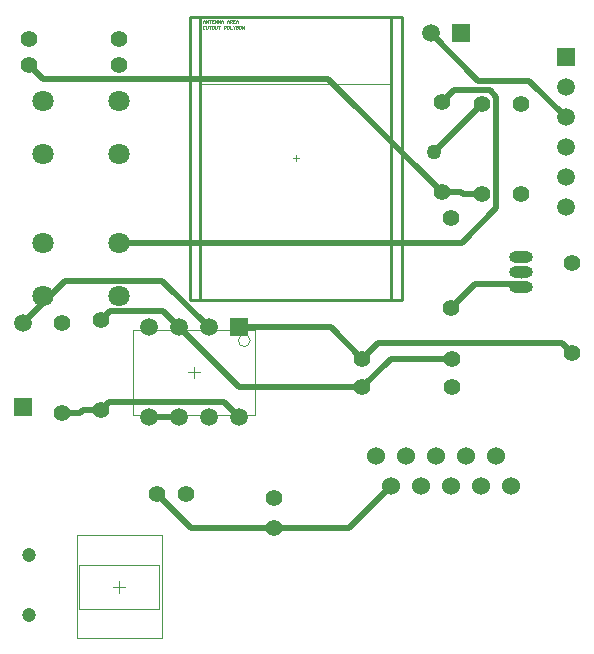
<source format=gbl>
G04 Layer_Physical_Order=2*
G04 Layer_Color=16711680*
%FSLAX25Y25*%
%MOIN*%
G70*
G01*
G75*
%ADD16C,0.02000*%
%ADD18C,0.00394*%
%ADD19C,0.01000*%
%ADD20C,0.00200*%
%ADD21C,0.00197*%
%ADD22C,0.05512*%
%ADD23C,0.06000*%
%ADD24C,0.04724*%
%ADD25R,0.05906X0.05906*%
%ADD26C,0.05906*%
%ADD27O,0.07874X0.03937*%
%ADD28O,0.07874X0.03937*%
%ADD29R,0.05906X0.05906*%
%ADD30C,0.07087*%
%ADD31C,0.05000*%
D16*
X169500Y152500D02*
X176000D01*
X169000Y153000D02*
X169500Y152500D01*
X162500Y153000D02*
X169000D01*
X124800Y190700D02*
X162500Y153000D01*
X29800Y190700D02*
X124800D01*
X25000Y195500D02*
X29800Y190700D01*
X131657Y41157D02*
X145500Y55000D01*
X67500Y52500D02*
X78843Y41157D01*
X65000Y78000D02*
X75000D01*
X162500Y183000D02*
X166756Y187256D01*
X178500D01*
X180800Y184956D01*
Y147700D02*
Y184956D01*
X169383Y136283D02*
X180800Y147700D01*
X55091Y136283D02*
X169383D01*
X69400Y123600D02*
X85000Y108000D01*
X37124Y123600D02*
X69400D01*
X23000Y109476D02*
X37124Y123600D01*
X159900Y166400D02*
X176000Y182500D01*
X202800Y102700D02*
X206000Y99500D01*
X141200Y102700D02*
X202800D01*
X136000Y97500D02*
X141200Y102700D01*
X95000Y108000D02*
X125500D01*
X136000Y97500D01*
X145500D02*
X166000D01*
X136000Y88000D02*
X145500Y97500D01*
X95000Y88000D02*
X136000D01*
X75000Y108000D02*
X95000Y88000D01*
X49000Y110500D02*
X51900Y113400D01*
X69600D01*
X75000Y108000D01*
X191744Y190256D02*
X204000Y178000D01*
X174744Y190256D02*
X191744D01*
X159000Y206000D02*
X174744Y190256D01*
X90000Y83000D02*
X95000Y78000D01*
X51500Y83000D02*
X90000D01*
X49000Y80500D02*
X51500Y83000D01*
X43000Y80500D02*
X49000D01*
X42000Y79500D02*
X43000Y80500D01*
X36000Y79500D02*
X42000D01*
X173531Y122531D02*
X187969D01*
X189000Y121500D01*
X165500Y114500D02*
X173531Y122531D01*
X78843Y41157D02*
X131657D01*
D18*
X98701Y103630D02*
G03*
X98701Y103630I-1969J0D01*
G01*
X41811Y14279D02*
X68189D01*
X41811Y28886D02*
X68189D01*
X41811Y14279D02*
Y28886D01*
X68189Y14279D02*
Y28886D01*
X59724Y107173D02*
X100276D01*
X59724Y78827D02*
X100276D01*
Y107173D01*
X59724Y78827D02*
Y107173D01*
X55000Y19614D02*
Y23551D01*
X53031Y21583D02*
X56969D01*
X80000Y91032D02*
Y94969D01*
X78032Y93000D02*
X81969D01*
X187032Y126500D02*
X190969D01*
X189000Y124531D02*
Y128469D01*
X113980Y163333D02*
Y165333D01*
X112980Y164333D02*
X114980D01*
D19*
X82155Y117208D02*
X145806D01*
Y211458D01*
X82155D02*
X145806D01*
X82155Y117208D02*
Y211458D01*
X78646Y117208D02*
Y211458D01*
X149315D01*
Y117208D02*
Y211458D01*
X78646Y117208D02*
X149315D01*
D20*
X81984Y189238D02*
Y211500D01*
X145984D01*
Y189238D02*
Y211500D01*
X81984Y189238D02*
X145984D01*
X83651Y208333D02*
X83484Y208500D01*
X83151D01*
X82984Y208333D01*
Y207667D01*
X83151Y207500D01*
X83484D01*
X83651Y207667D01*
X83984Y208500D02*
Y207667D01*
X84150Y207500D01*
X84484D01*
X84650Y207667D01*
Y208500D01*
X84984D02*
X85650D01*
X85317D01*
Y207500D01*
X86483Y208500D02*
X86150D01*
X85983Y208333D01*
Y207667D01*
X86150Y207500D01*
X86483D01*
X86650Y207667D01*
Y208333D01*
X86483Y208500D01*
X86983D02*
Y207667D01*
X87150Y207500D01*
X87483D01*
X87649Y207667D01*
Y208500D01*
X87983D02*
X88649D01*
X88316D01*
Y207500D01*
X89982D02*
Y208500D01*
X90482D01*
X90649Y208333D01*
Y208000D01*
X90482Y207833D01*
X89982D01*
X91482Y208500D02*
X91148D01*
X90982Y208333D01*
Y207667D01*
X91148Y207500D01*
X91482D01*
X91648Y207667D01*
Y208333D01*
X91482Y208500D01*
X91981D02*
Y207500D01*
X92648D01*
X92981Y208500D02*
Y208333D01*
X93314Y208000D01*
X93647Y208333D01*
Y208500D01*
X93314Y208000D02*
Y207500D01*
X94647Y208333D02*
X94481Y208500D01*
X94147D01*
X93981Y208333D01*
Y207667D01*
X94147Y207500D01*
X94481D01*
X94647Y207667D01*
Y208000D01*
X94314D01*
X95480Y208500D02*
X95147D01*
X94980Y208333D01*
Y207667D01*
X95147Y207500D01*
X95480D01*
X95647Y207667D01*
Y208333D01*
X95480Y208500D01*
X95980Y207500D02*
Y208500D01*
X96646Y207500D01*
Y208500D01*
X82984Y209500D02*
Y210167D01*
X83318Y210500D01*
X83651Y210167D01*
Y209500D01*
Y210000D01*
X82984D01*
X83984Y209500D02*
Y210500D01*
X84650Y209500D01*
Y210500D01*
X84984D02*
X85650D01*
X85317D01*
Y209500D01*
X86650Y210500D02*
X85983D01*
Y209500D01*
X86650D01*
X85983Y210000D02*
X86317D01*
X86983Y209500D02*
Y210500D01*
X87649Y209500D01*
Y210500D01*
X87983Y209500D02*
Y210500D01*
X88649Y209500D01*
Y210500D01*
X88982Y209500D02*
Y210167D01*
X89316Y210500D01*
X89649Y210167D01*
Y209500D01*
Y210000D01*
X88982D01*
X90982Y209500D02*
Y210167D01*
X91315Y210500D01*
X91648Y210167D01*
Y209500D01*
Y210000D01*
X90982D01*
X91981Y209500D02*
Y210500D01*
X92481D01*
X92648Y210333D01*
Y210000D01*
X92481Y209833D01*
X91981D01*
X92315D02*
X92648Y209500D01*
X93647Y210500D02*
X92981D01*
Y209500D01*
X93647D01*
X92981Y210000D02*
X93314D01*
X93981Y209500D02*
Y210167D01*
X94314Y210500D01*
X94647Y210167D01*
Y209500D01*
Y210000D01*
X93981D01*
D21*
X40827Y4457D02*
X69173D01*
X40827Y38709D02*
X69173D01*
X40827Y4457D02*
Y38709D01*
X69173Y4457D02*
Y38709D01*
D22*
X77343Y52500D02*
D03*
X67500D02*
D03*
X165500Y144500D02*
D03*
Y114500D02*
D03*
X136000Y88000D02*
D03*
X166000D02*
D03*
Y97500D02*
D03*
X136000D02*
D03*
X189000Y182500D02*
D03*
Y152500D02*
D03*
X206000Y99500D02*
D03*
Y129500D02*
D03*
X55000Y195500D02*
D03*
X25000D02*
D03*
X36000Y109500D02*
D03*
Y79500D02*
D03*
X49000Y80500D02*
D03*
Y110500D02*
D03*
X55000Y204000D02*
D03*
X25000D02*
D03*
X176000Y152500D02*
D03*
Y182500D02*
D03*
X162500Y153000D02*
D03*
Y183000D02*
D03*
X106500Y41157D02*
D03*
Y51000D02*
D03*
D23*
X185500Y55000D02*
D03*
X180500Y65000D02*
D03*
X175500Y55000D02*
D03*
X170500Y65000D02*
D03*
X165500Y55000D02*
D03*
X160500Y65000D02*
D03*
X155500Y55000D02*
D03*
X150500Y65000D02*
D03*
X140500D02*
D03*
X145500Y55000D02*
D03*
D24*
X25000Y12000D02*
D03*
Y32000D02*
D03*
D25*
X23000Y81524D02*
D03*
X95000Y108000D02*
D03*
X204000Y198000D02*
D03*
D26*
X23000Y109476D02*
D03*
X85000Y108000D02*
D03*
X75000D02*
D03*
X65000D02*
D03*
X95000Y78000D02*
D03*
X85000D02*
D03*
X75000D02*
D03*
X65000D02*
D03*
X159000Y206000D02*
D03*
X204000Y188000D02*
D03*
Y178000D02*
D03*
Y168000D02*
D03*
Y158000D02*
D03*
Y148000D02*
D03*
D27*
X189000Y121500D02*
D03*
Y126500D02*
D03*
D28*
Y131500D02*
D03*
D29*
X169000Y206000D02*
D03*
D30*
X55091Y183500D02*
D03*
X29500D02*
D03*
Y165784D02*
D03*
X55091D02*
D03*
Y136283D02*
D03*
X29500D02*
D03*
Y118567D02*
D03*
X55091D02*
D03*
D31*
X159900Y166400D02*
D03*
M02*

</source>
